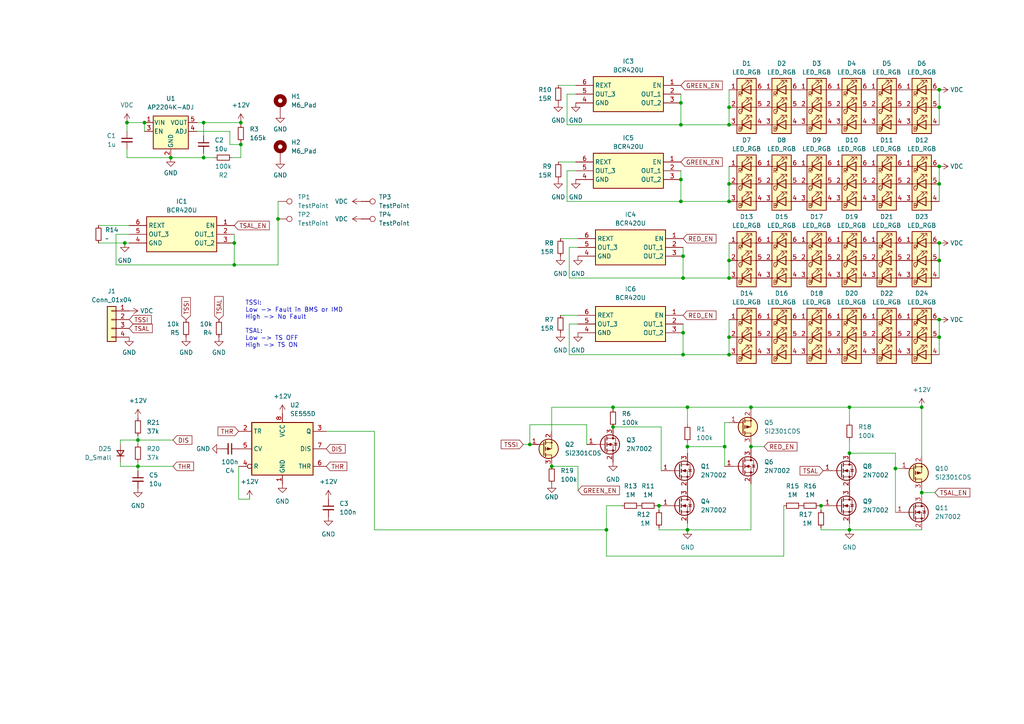
<source format=kicad_sch>
(kicad_sch (version 20230121) (generator eeschema)
  (paper "A4")
  (title_block (date "2025-03-13") (company "NCKU Formula Racing"))
  (lib_symbols
    (symbol "Connector:TestPoint" (pin_numbers hide) (pin_names (offset 0.762) hide)
      (property "Reference" "TP" (at 0 6.858 0))
      (property "Value" "TestPoint" (at 0 5.08 0))
      (symbol "TestPoint_0_1"
        (circle (center 0 3.302) (radius 0.762))
      )
      (symbol "TestPoint_1_1"
        (pin passive line (at 0 0 90) (length 2.54) (name "1") (number "1"))
      )
    )
    (symbol "Connector_Generic:Conn_01x04" (pin_names (offset 1.016) hide)
      (property "Reference" "J" (at 0 5.08 0))
      (property "Value" "Conn_01x04" (at 0 -7.62 0))
      (symbol "Conn_01x04_1_1"
        (rectangle (start -1.27 -4.953) (end 0 -5.207) (stroke (width 0.1524)))
        (rectangle (start -1.27 -2.413) (end 0 -2.667) (stroke (width 0.1524)))
        (rectangle (start -1.27 0.127) (end 0 -0.127) (stroke (width 0.1524)))
        (rectangle (start -1.27 2.667) (end 0 2.413) (stroke (width 0.1524)))
        (rectangle (start -1.27 3.81) (end 1.27 -6.35) (stroke (width 0.254)) (fill (type background)))
        (pin passive line (at -5.08 2.54 0) (length 3.81) (name "Pin_1") (number "1"))
        (pin passive line (at -5.08 0 0) (length 3.81) (name "Pin_2") (number "2"))
        (pin passive line (at -5.08 -2.54 0) (length 3.81) (name "Pin_3") (number "3"))
        (pin passive line (at -5.08 -5.08 0) (length 3.81) (name "Pin_4") (number "4"))
      )
    )
    (symbol "Device:C_Small" (pin_numbers hide) (pin_names (offset 0.254) hide)
      (property "Reference" "C" (at 0.254 1.778 0))
      (property "Value" "C_Small" (at 0.254 -2.032 0))
      (symbol "C_Small_0_1"
        (polyline (pts (xy -1.524 -0.508) (xy 1.524 -0.508)) (stroke (width 0.3302)))
        (polyline (pts (xy -1.524 0.508) (xy 1.524 0.508)) (stroke (width 0.3048)))
      )
      (symbol "C_Small_1_1"
        (pin passive line (at 0 2.54 270) (length 2.032) (name "~") (number "1"))
        (pin passive line (at 0 -2.54 90) (length 2.032) (name "~") (number "2"))
      )
    )
    (symbol "Device:D_Small" (pin_numbers hide) (pin_names (offset 0.254) hide)
      (property "Reference" "D" (at -1.27 2.032 0))
      (property "Value" "D_Small" (at -3.81 -2.032 0))
      (symbol "D_Small_0_1"
        (polyline (pts (xy -0.762 -1.016) (xy -0.762 1.016)) (stroke (width 0.254)))
        (polyline (pts (xy -0.762 0) (xy 0.762 0)))
        (polyline (pts (xy 0.762 -1.016) (xy -0.762 0) (xy 0.762 1.016) (xy 0.762 -1.016)) (stroke (width 0.254)))
      )
      (symbol "D_Small_1_1"
        (pin passive line (at -2.54 0 0) (length 1.778) (name "K") (number "1"))
        (pin passive line (at 2.54 0 180) (length 1.778) (name "A") (number "2"))
      )
    )
    (symbol "Device:LED_RGB" (pin_names (offset 0) hide)
      (property "Reference" "D" (at 0 9.398 0))
      (property "Value" "LED_RGB" (at 0 -8.89 0))
      (symbol "LED_RGB_0_0"
        (text "B" (at -1.905 -6.35 0) (effects (font (size 1.27 1.27))))
        (text "G" (at -1.905 -1.27 0) (effects (font (size 1.27 1.27))))
        (text "R" (at -1.905 3.81 0) (effects (font (size 1.27 1.27))))
      )
      (symbol "LED_RGB_0_1"
        (polyline (pts (xy -1.27 -5.08) (xy -2.54 -5.08)))
        (polyline (pts (xy -1.27 -5.08) (xy 1.27 -5.08)))
        (polyline (pts (xy -1.27 -3.81) (xy -1.27 -6.35)) (stroke (width 0.254)))
        (polyline (pts (xy -1.27 0) (xy -2.54 0)))
        (polyline (pts (xy -1.27 1.27) (xy -1.27 -1.27)) (stroke (width 0.254)))
        (polyline (pts (xy -1.27 5.08) (xy -2.54 5.08)))
        (polyline (pts (xy -1.27 5.08) (xy 1.27 5.08)))
        (polyline (pts (xy -1.27 6.35) (xy -1.27 3.81)) (stroke (width 0.254)))
        (polyline (pts (xy 1.27 -5.08) (xy 2.54 -5.08)))
        (polyline (pts (xy 1.27 0) (xy -1.27 0)))
        (polyline (pts (xy 1.27 0) (xy 2.54 0)))
        (polyline (pts (xy 1.27 5.08) (xy 2.54 5.08)))
        (polyline (pts (xy -1.27 1.27) (xy -1.27 -1.27) (xy -1.27 -1.27)))
        (polyline (pts (xy -1.27 6.35) (xy -1.27 3.81) (xy -1.27 3.81)))
        (polyline (pts (xy 1.27 -3.81) (xy 1.27 -6.35) (xy -1.27 -5.08) (xy 1.27 -3.81)) (stroke (width 0.254)))
        (polyline (pts (xy 1.27 1.27) (xy 1.27 -1.27) (xy -1.27 0) (xy 1.27 1.27)) (stroke (width 0.254)))
        (polyline (pts (xy 1.27 6.35) (xy 1.27 3.81) (xy -1.27 5.08) (xy 1.27 6.35)) (stroke (width 0.254)))
        (polyline (pts (xy -1.016 -3.81) (xy 0.508 -2.286) (xy -0.254 -2.286) (xy 0.508 -2.286) (xy 0.508 -3.048)))
        (polyline (pts (xy -1.016 1.27) (xy 0.508 2.794) (xy -0.254 2.794) (xy 0.508 2.794) (xy 0.508 2.032)))
        (polyline (pts (xy -1.016 6.35) (xy 0.508 7.874) (xy -0.254 7.874) (xy 0.508 7.874) (xy 0.508 7.112)))
        (polyline (pts (xy 0 -3.81) (xy 1.524 -2.286) (xy 0.762 -2.286) (xy 1.524 -2.286) (xy 1.524 -3.048)))
        (polyline (pts (xy 0 1.27) (xy 1.524 2.794) (xy 0.762 2.794) (xy 1.524 2.794) (xy 1.524 2.032)))
        (polyline (pts (xy 0 6.35) (xy 1.524 7.874) (xy 0.762 7.874) (xy 1.524 7.874) (xy 1.524 7.112)))
        (rectangle (start 1.27 -1.27) (end 1.27 1.27))
        (rectangle (start 1.27 1.27) (end 1.27 1.27))
        (rectangle (start 1.27 3.81) (end 1.27 6.35))
        (rectangle (start 1.27 6.35) (end 1.27 6.35))
        (rectangle (start 2.794 8.382) (end -2.794 -7.62) (stroke (width 0.254)) (fill (type background)))
      )
      (symbol "LED_RGB_1_1"
        (pin passive line (at -5.08 5.08 0) (length 2.54) (name "RK") (number "1"))
        (pin passive line (at -5.08 0 0) (length 2.54) (name "GK") (number "2"))
        (pin passive line (at -5.08 -5.08 0) (length 2.54) (name "BK") (number "3"))
        (pin passive line (at 5.08 -5.08 180) (length 2.54) (name "BA") (number "4"))
        (pin passive line (at 5.08 0 180) (length 2.54) (name "GA") (number "5"))
        (pin passive line (at 5.08 5.08 180) (length 2.54) (name "RA") (number "6"))
      )
    )
    (symbol "Device:R_Small" (pin_numbers hide) (pin_names (offset 0.254) hide)
      (property "Reference" "R" (at 0.762 0.508 0))
      (property "Value" "R_Small" (at 0.762 -1.016 0))
      (symbol "R_Small_0_1"
        (rectangle (start -0.762 1.778) (end 0.762 -1.778) (stroke (width 0.2032)))
      )
      (symbol "R_Small_1_1"
        (pin passive line (at 0 2.54 270) (length 0.762) (name "~") (number "1"))
        (pin passive line (at 0 -2.54 90) (length 0.762) (name "~") (number "2"))
      )
    )
    (symbol "Mechanical:MountingHole_Pad" (pin_numbers hide) (pin_names (offset 1.016) hide)
      (property "Reference" "H" (at 0 6.35 0))
      (property "Value" "MountingHole_Pad" (at 0 4.445 0))
      (symbol "MountingHole_Pad_0_1"
        (circle (center 0 1.27) (radius 1.27) (stroke (width 1.27)))
      )
      (symbol "MountingHole_Pad_1_1"
        (pin input line (at 0 -2.54 90) (length 2.54) (name "1") (number "1"))
      )
    )
    (symbol "PCM_Transistor_MOSFET_AKL:Si2301CDS" (pin_names hide)
      (property "Reference" "Q" (at 5.08 1.27 0))
      (property "Value" "Si2301CDS" (at 5.08 -1.27 0))
      (symbol "Si2301CDS_0_1"
        (polyline (pts (xy 0.254 -1.905) (xy 0.254 1.905)) (stroke (width 0.254)))
        (polyline (pts (xy 0.254 1.27) (xy -2.54 1.27)))
        (polyline (pts (xy 0.762 -2.286) (xy 0.762 -1.27)) (stroke (width 0.254)))
        (polyline (pts (xy 0.762 -1.778) (xy 2.54 -1.778)))
        (polyline (pts (xy 0.762 -0.508) (xy 0.762 0.508)) (stroke (width 0.254)))
        (polyline (pts (xy 0.762 1.27) (xy 0.762 2.286)) (stroke (width 0.254)))
        (polyline (pts (xy 0.762 1.778) (xy 2.54 1.778)))
        (polyline (pts (xy 2.54 -2.54) (xy 2.54 -1.778)))
        (polyline (pts (xy 2.54 2.54) (xy 2.54 0) (xy 0.762 0)))
        (polyline (pts (xy 2.286 0) (xy 1.27 -0.381) (xy 1.27 0.381) (xy 2.286 0)) (fill (type outline)))
      )
      (symbol "Si2301CDS_1_1"
        (circle (center 1.651 0) (radius 2.794) (stroke (width 0.254)) (fill (type background)))
        (circle (center 2.54 1.778) (radius 0.1778) (fill (type outline)))
        (pin input line (at -3.81 1.27 0) (length 2.54) (name "G") (number "1"))
        (pin passive line (at 2.54 5.08 270) (length 2.54) (name "S") (number "2"))
        (pin passive line (at 2.54 -5.08 90) (length 2.54) (name "D") (number "3"))
      )
    )
    (symbol "Regulator_Linear:AP2204K-ADJ" (pin_names (offset 0.254))
      (property "Reference" "U" (at -5.08 5.715 0))
      (property "Value" "AP2204K-ADJ" (at 0 5.715 0))
      (symbol "AP2204K-ADJ_0_1"
        (rectangle (start -5.08 4.445) (end 5.08 -5.08) (stroke (width 0.254)) (fill (type background)))
      )
      (symbol "AP2204K-ADJ_1_1"
        (pin power_in line (at -7.62 2.54 0) (length 2.54) (name "VIN") (number "1"))
        (pin power_in line (at 0 -7.62 90) (length 2.54) (name "GND") (number "2"))
        (pin input line (at -7.62 0 0) (length 2.54) (name "EN") (number "3"))
        (pin input line (at 7.62 0 180) (length 2.54) (name "ADJ") (number "4"))
        (pin power_out line (at 7.62 2.54 180) (length 2.54) (name "VOUT") (number "5"))
      )
    )
    (symbol "SamacSys_Parts:BCR420UW6-7"
      (property "Reference" "IC" (at 26.67 7.62 0))
      (property "Value" "BCR420UW6-7" (at 26.67 5.08 0))
      (symbol "BCR420UW6-7_1_1"
        (rectangle (start 5.08 2.54) (end 25.4 -7.62) (stroke (width 0.254)) (fill (type background)))
        (pin passive line (at 0 0 0) (length 5.08) (name "EN") (number "1"))
        (pin passive line (at 0 -2.54 0) (length 5.08) (name "OUT_1") (number "2"))
        (pin passive line (at 0 -5.08 0) (length 5.08) (name "OUT_2") (number "3"))
        (pin passive line (at 30.48 -5.08 180) (length 5.08) (name "GND") (number "4"))
        (pin passive line (at 30.48 -2.54 180) (length 5.08) (name "OUT_3") (number "5"))
        (pin passive line (at 30.48 0 180) (length 5.08) (name "REXT") (number "6"))
      )
    )
    (symbol "Timer:SE555D"
      (property "Reference" "U" (at -10.16 8.89 0))
      (property "Value" "SE555D" (at 2.54 8.89 0))
      (symbol "SE555D_0_0"
        (pin power_in line (at 0 -10.16 90) (length 2.54) (name "GND") (number "1"))
        (pin power_in line (at 0 10.16 270) (length 2.54) (name "VCC") (number "8"))
      )
      (symbol "SE555D_0_1"
        (rectangle (start -8.89 -7.62) (end 8.89 7.62) (stroke (width 0.254)) (fill (type background)))
        (rectangle (start -8.89 -7.62) (end 8.89 7.62) (stroke (width 0.254)) (fill (type background)))
      )
      (symbol "SE555D_1_1"
        (pin input line (at -12.7 5.08 0) (length 3.81) (name "TR") (number "2"))
        (pin output line (at 12.7 5.08 180) (length 3.81) (name "Q") (number "3"))
        (pin input inverted (at -12.7 -5.08 0) (length 3.81) (name "R") (number "4"))
        (pin input line (at -12.7 0 0) (length 3.81) (name "CV") (number "5"))
        (pin input line (at 12.7 -5.08 180) (length 3.81) (name "THR") (number "6"))
        (pin input line (at 12.7 0 180) (length 3.81) (name "DIS") (number "7"))
      )
    )
    (symbol "Transistor_FET:2N7002" (pin_names hide)
      (property "Reference" "Q" (at 5.08 1.905 0))
      (property "Value" "2N7002" (at 5.08 0 0))
      (symbol "2N7002_0_1"
        (polyline (pts (xy 0.254 0) (xy -2.54 0)))
        (polyline (pts (xy 0.254 1.905) (xy 0.254 -1.905)) (stroke (width 0.254)))
        (polyline (pts (xy 0.762 -1.27) (xy 0.762 -2.286)) (stroke (width 0.254)))
        (polyline (pts (xy 0.762 0.508) (xy 0.762 -0.508)) (stroke (width 0.254)))
        (polyline (pts (xy 0.762 2.286) (xy 0.762 1.27)) (stroke (width 0.254)))
        (polyline (pts (xy 2.54 2.54) (xy 2.54 1.778)))
        (polyline (pts (xy 2.54 -2.54) (xy 2.54 0) (xy 0.762 0)))
        (polyline (pts (xy 0.762 -1.778) (xy 3.302 -1.778) (xy 3.302 1.778) (xy 0.762 1.778)))
        (polyline (pts (xy 1.016 0) (xy 2.032 0.381) (xy 2.032 -0.381) (xy 1.016 0)) (fill (type outline)))
        (polyline (pts (xy 2.794 0.508) (xy 2.921 0.381) (xy 3.683 0.381) (xy 3.81 0.254)))
        (polyline (pts (xy 3.302 0.381) (xy 2.921 -0.254) (xy 3.683 -0.254) (xy 3.302 0.381)))
        (circle (center 1.651 0) (radius 2.794) (stroke (width 0.254)))
        (circle (center 2.54 -1.778) (radius 0.254) (fill (type outline)))
        (circle (center 2.54 1.778) (radius 0.254) (fill (type outline)))
      )
      (symbol "2N7002_1_1"
        (pin input line (at -5.08 0 0) (length 2.54) (name "G") (number "1"))
        (pin passive line (at 2.54 -5.08 90) (length 2.54) (name "S") (number "2"))
        (pin passive line (at 2.54 5.08 270) (length 2.54) (name "D") (number "3"))
      )
    )
    (symbol "power:+12V" (power) (pin_names (offset 0))
      (property "Value" "+12V" (at 0 3.556 0))
      (symbol "+12V_0_1"
        (polyline (pts (xy -0.762 1.27) (xy 0 2.54)))
        (polyline (pts (xy 0 0) (xy 0 2.54)))
        (polyline (pts (xy 0 2.54) (xy 0.762 1.27)))
      )
      (symbol "+12V_1_1"
        (pin power_in line (at 0 0 90) (length 0) hide (name "+12V") (number "1"))
      )
    )
    (symbol "power:GND" (power) (pin_names (offset 0))
      (property "Value" "GND" (at 0 -3.81 0))
      (symbol "GND_0_1"
        (polyline (pts (xy 0 0) (xy 0 -1.27) (xy 1.27 -1.27) (xy 0 -2.54) (xy -1.27 -1.27) (xy 0 -1.27)))
      )
      (symbol "GND_1_1"
        (pin power_in line (at 0 0 270) (length 0) hide (name "GND") (number "1"))
      )
    )
    (symbol "power:VDC" (power) (pin_names (offset 0))
      (property "Value" "VDC" (at 0 6.35 0))
      (symbol "VDC_0_1"
        (polyline (pts (xy -0.762 1.27) (xy 0 2.54)))
        (polyline (pts (xy 0 0) (xy 0 2.54)))
        (polyline (pts (xy 0 2.54) (xy 0.762 1.27)))
      )
      (symbol "VDC_1_1"
        (pin power_in line (at 0 0 90) (length 0) hide (name "VDC") (number "1"))
      )
    )
  )
  (junction (at 59.055 35.56))
  (junction (at 211.455 97.79))
  (junction (at 211.455 75.565))
  (junction (at 177.8 118.11))
  (junction (at 198.12 96.52))
  (junction (at 198.12 74.295))
  (junction (at 211.455 53.34))
  (junction (at 69.85 41.91))
  (junction (at 217.805 129.54))
  (junction (at 67.945 76.835))
  (junction (at 36.195 70.485))
  (junction (at 272.415 48.26))
  (junction (at 160.02 135.255))
  (junction (at 238.125 146.685))
  (junction (at 80.645 63.5))
  (junction (at 272.415 70.485))
  (junction (at 211.455 36.195))
  (junction (at 267.335 118.11))
  (junction (at 49.53 45.72))
  (junction (at 211.455 58.42))
  (junction (at 59.055 45.72))
  (junction (at 67.945 70.485))
  (junction (at 246.38 153.67))
  (junction (at 259.715 135.89))
  (junction (at 267.335 142.875))
  (junction (at 199.39 118.11))
  (junction (at 40.005 135.255))
  (junction (at 211.455 80.645))
  (junction (at 199.39 129.54))
  (junction (at 198.12 80.645))
  (junction (at 177.8 123.825))
  (junction (at 217.805 118.11))
  (junction (at 198.12 102.87))
  (junction (at 153.67 128.905))
  (junction (at 272.415 75.565))
  (junction (at 272.415 26.035))
  (junction (at 210.185 129.54))
  (junction (at 197.485 36.195))
  (junction (at 191.135 146.685))
  (junction (at 36.83 35.56))
  (junction (at 41.91 35.56))
  (junction (at 197.485 29.845))
  (junction (at 246.38 118.11))
  (junction (at 211.455 102.87))
  (junction (at 197.485 58.42))
  (junction (at 211.455 31.115))
  (junction (at 272.415 97.79))
  (junction (at 69.85 35.56))
  (junction (at 199.39 153.67))
  (junction (at 272.415 31.115))
  (junction (at 175.895 153.67))
  (junction (at 272.415 53.34))
  (junction (at 246.38 131.445))
  (junction (at 272.415 92.71))
  (junction (at 197.485 52.07))
  (junction (at 40.005 127.635))
  (wire (pts (xy 211.455 31.115) (xy 211.455 36.195)))
  (wire (pts (xy 259.715 135.89) (xy 259.715 148.59)))
  (wire (pts (xy 177.8 118.745) (xy 177.8 118.11)))
  (wire (pts (xy 211.455 48.26) (xy 211.455 53.34)))
  (wire (pts (xy 246.38 153.67) (xy 267.335 153.67)))
  (wire (pts (xy 272.415 97.79) (xy 272.415 102.87)))
  (wire (pts (xy 164.465 27.305) (xy 164.465 36.195)))
  (wire (pts (xy 272.415 92.71) (xy 272.415 97.79)))
  (wire (pts (xy 210.185 129.54) (xy 210.185 135.255)))
  (wire (pts (xy 160.02 125.095) (xy 160.02 118.11)))
  (wire (pts (xy 167.005 27.305) (xy 164.465 27.305)))
  (wire (pts (xy 67.945 76.835) (xy 80.645 76.835)))
  (wire (pts (xy 237.49 146.685) (xy 238.125 146.685)))
  (wire (pts (xy 198.12 71.755) (xy 198.12 74.295)))
  (wire (pts (xy 165.1 80.645) (xy 198.12 80.645)))
  (wire (pts (xy 190.5 146.685) (xy 191.135 146.685)))
  (wire (pts (xy 199.39 153.67) (xy 199.39 151.765)))
  (wire (pts (xy 246.38 153.67) (xy 246.38 151.765)))
  (wire (pts (xy 197.485 58.42) (xy 211.455 58.42)))
  (wire (pts (xy 211.455 53.34) (xy 211.455 58.42)))
  (wire (pts (xy 164.465 49.53) (xy 164.465 58.42)))
  (wire (pts (xy 217.805 129.54) (xy 217.805 130.175)))
  (wire (pts (xy 67.945 76.835) (xy 33.655 76.835)))
  (wire (pts (xy 197.485 52.07) (xy 197.485 58.42)))
  (wire (pts (xy 175.895 153.67) (xy 175.895 161.29)))
  (wire (pts (xy 238.125 146.685) (xy 238.76 146.685)))
  (wire (pts (xy 211.455 97.79) (xy 211.455 102.87)))
  (wire (pts (xy 36.83 45.72) (xy 49.53 45.72)))
  (wire (pts (xy 211.455 122.555) (xy 210.185 122.555)))
  (wire (pts (xy 151.765 128.905) (xy 153.67 128.905)))
  (wire (pts (xy 167.64 69.215) (xy 162.56 69.215)))
  (wire (pts (xy 167.64 135.255) (xy 160.02 135.255)))
  (wire (pts (xy 198.12 80.645) (xy 211.455 80.645)))
  (wire (pts (xy 197.485 29.845) (xy 197.485 36.195)))
  (wire (pts (xy 272.415 31.115) (xy 272.415 36.195)))
  (wire (pts (xy 59.055 45.72) (xy 62.23 45.72)))
  (wire (pts (xy 197.485 49.53) (xy 197.485 52.07)))
  (wire (pts (xy 217.805 129.54) (xy 221.615 129.54)))
  (wire (pts (xy 69.85 35.56) (xy 69.85 36.195)))
  (wire (pts (xy 153.67 123.19) (xy 170.18 123.19)))
  (wire (pts (xy 191.135 153.035) (xy 191.135 153.67)))
  (wire (pts (xy 72.39 144.78) (xy 69.215 144.78)))
  (wire (pts (xy 34.925 127.635) (xy 34.925 128.905)))
  (wire (pts (xy 41.91 35.56) (xy 41.91 38.1)))
  (wire (pts (xy 238.125 146.685) (xy 238.125 147.955)))
  (wire (pts (xy 167.64 71.755) (xy 165.1 71.755)))
  (wire (pts (xy 80.645 63.5) (xy 80.645 76.835)))
  (wire (pts (xy 267.335 142.24) (xy 267.335 142.875)))
  (wire (pts (xy 211.455 26.035) (xy 211.455 31.115)))
  (wire (pts (xy 198.12 74.295) (xy 198.12 80.645)))
  (wire (pts (xy 66.675 38.1) (xy 57.15 38.1)))
  (wire (pts (xy 108.585 153.67) (xy 175.895 153.67)))
  (wire (pts (xy 33.655 67.945) (xy 33.655 76.835)))
  (wire (pts (xy 197.485 36.195) (xy 211.455 36.195)))
  (wire (pts (xy 36.83 43.18) (xy 36.83 45.72)))
  (wire (pts (xy 217.805 118.11) (xy 246.38 118.11)))
  (wire (pts (xy 36.195 70.485) (xy 28.575 70.485)))
  (wire (pts (xy 199.39 118.11) (xy 199.39 123.19)))
  (wire (pts (xy 199.39 129.54) (xy 199.39 131.445)))
  (wire (pts (xy 211.455 75.565) (xy 211.455 80.645)))
  (wire (pts (xy 167.64 93.98) (xy 165.1 93.98)))
  (wire (pts (xy 67.945 70.485) (xy 67.945 76.835)))
  (wire (pts (xy 167.64 142.24) (xy 167.64 135.255)))
  (wire (pts (xy 246.38 127.635) (xy 246.38 131.445)))
  (wire (pts (xy 272.415 48.26) (xy 272.415 53.34)))
  (wire (pts (xy 246.38 131.445) (xy 259.715 131.445)))
  (wire (pts (xy 272.415 53.34) (xy 272.415 58.42)))
  (wire (pts (xy 40.005 126.365) (xy 40.005 127.635)))
  (wire (pts (xy 238.125 153.035) (xy 238.125 153.67)))
  (wire (pts (xy 191.77 123.825) (xy 177.8 123.825)))
  (wire (pts (xy 40.005 127.635) (xy 34.925 127.635)))
  (wire (pts (xy 66.675 38.1) (xy 66.675 41.91)))
  (wire (pts (xy 197.485 27.305) (xy 197.485 29.845)))
  (wire (pts (xy 40.005 127.635) (xy 40.005 128.905)))
  (wire (pts (xy 34.925 133.985) (xy 34.925 135.255)))
  (wire (pts (xy 167.005 24.765) (xy 161.925 24.765)))
  (wire (pts (xy 80.645 58.42) (xy 80.645 63.5)))
  (wire (pts (xy 37.465 70.485) (xy 36.195 70.485)))
  (wire (pts (xy 40.005 135.255) (xy 40.005 136.525)))
  (wire (pts (xy 191.77 136.525) (xy 191.77 123.825)))
  (wire (pts (xy 199.39 129.54) (xy 210.185 129.54)))
  (wire (pts (xy 164.465 58.42) (xy 197.485 58.42)))
  (wire (pts (xy 272.415 70.485) (xy 272.415 75.565)))
  (wire (pts (xy 40.005 135.255) (xy 50.165 135.255)))
  (wire (pts (xy 108.585 125.095) (xy 108.585 153.67)))
  (wire (pts (xy 37.465 67.945) (xy 33.655 67.945)))
  (wire (pts (xy 211.455 92.71) (xy 211.455 97.79)))
  (wire (pts (xy 165.1 102.87) (xy 198.12 102.87)))
  (wire (pts (xy 260.985 135.89) (xy 259.715 135.89)))
  (wire (pts (xy 165.1 93.98) (xy 165.1 102.87)))
  (wire (pts (xy 59.055 35.56) (xy 59.055 39.37)))
  (wire (pts (xy 238.125 153.67) (xy 246.38 153.67)))
  (wire (pts (xy 272.415 26.035) (xy 272.415 31.115)))
  (wire (pts (xy 36.83 35.56) (xy 36.83 38.1)))
  (wire (pts (xy 69.85 41.91) (xy 69.85 45.72)))
  (wire (pts (xy 164.465 36.195) (xy 197.485 36.195)))
  (wire (pts (xy 175.895 153.67) (xy 175.895 146.685)))
  (wire (pts (xy 198.12 102.87) (xy 211.455 102.87)))
  (wire (pts (xy 69.85 41.275) (xy 69.85 41.91)))
  (wire (pts (xy 217.805 128.905) (xy 217.805 129.54)))
  (wire (pts (xy 175.895 146.685) (xy 180.34 146.685)))
  (wire (pts (xy 210.185 122.555) (xy 210.185 129.54)))
  (wire (pts (xy 40.005 133.985) (xy 40.005 135.255)))
  (wire (pts (xy 246.38 118.11) (xy 246.38 122.555)))
  (wire (pts (xy 272.415 75.565) (xy 272.415 80.645)))
  (wire (pts (xy 170.18 123.19) (xy 170.18 128.905)))
  (wire (pts (xy 259.715 131.445) (xy 259.715 135.89)))
  (wire (pts (xy 165.1 71.755) (xy 165.1 80.645)))
  (wire (pts (xy 227.33 146.685) (xy 227.33 161.29)))
  (wire (pts (xy 177.8 118.11) (xy 199.39 118.11)))
  (wire (pts (xy 199.39 118.11) (xy 217.805 118.11)))
  (wire (pts (xy 267.335 142.875) (xy 267.335 143.51)))
  (wire (pts (xy 67.31 45.72) (xy 69.85 45.72)))
  (wire (pts (xy 191.135 153.67) (xy 199.39 153.67)))
  (wire (pts (xy 191.135 146.685) (xy 191.77 146.685)))
  (wire (pts (xy 66.675 41.91) (xy 69.85 41.91)))
  (wire (pts (xy 267.335 118.11) (xy 246.38 118.11)))
  (wire (pts (xy 41.91 35.56) (xy 36.83 35.56)))
  (wire (pts (xy 167.64 91.44) (xy 162.56 91.44)))
  (wire (pts (xy 69.215 144.78) (xy 69.215 135.255)))
  (wire (pts (xy 34.925 135.255) (xy 40.005 135.255)))
  (wire (pts (xy 198.12 96.52) (xy 198.12 102.87)))
  (wire (pts (xy 198.12 93.98) (xy 198.12 96.52)))
  (wire (pts (xy 267.335 118.11) (xy 267.335 132.08)))
  (wire (pts (xy 49.53 45.72) (xy 59.055 45.72)))
  (wire (pts (xy 217.805 153.67) (xy 217.805 140.335)))
  (wire (pts (xy 67.945 67.945) (xy 67.945 70.485)))
  (wire (pts (xy 153.67 128.905) (xy 153.67 123.19)))
  (wire (pts (xy 40.005 127.635) (xy 50.165 127.635)))
  (wire (pts (xy 227.33 161.29) (xy 175.895 161.29)))
  (wire (pts (xy 59.055 35.56) (xy 69.85 35.56)))
  (wire (pts (xy 267.335 142.875) (xy 271.145 142.875)))
  (wire (pts (xy 37.465 65.405) (xy 28.575 65.405)))
  (wire (pts (xy 59.055 44.45) (xy 59.055 45.72)))
  (wire (pts (xy 57.15 35.56) (xy 59.055 35.56)))
  (wire (pts (xy 94.615 125.095) (xy 108.585 125.095)))
  (wire (pts (xy 191.135 146.685) (xy 191.135 147.955)))
  (wire (pts (xy 167.005 49.53) (xy 164.465 49.53)))
  (wire (pts (xy 211.455 70.485) (xy 211.455 75.565)))
  (wire (pts (xy 199.39 128.27) (xy 199.39 129.54)))
  (wire (pts (xy 160.02 118.11) (xy 177.8 118.11)))
  (wire (pts (xy 167.005 46.99) (xy 161.925 46.99)))
  (wire (pts (xy 217.805 118.11) (xy 217.805 118.745)))
  (wire (pts (xy 199.39 153.67) (xy 217.805 153.67)))
  (text "TSSI:\nLow -> Fault in BMS or IMD\nHigh -> No Fault\n\nTSAL:\nLow -> TS OFF\nHigh -> TS ON" (at 71.12 100.965 0) (effects (font (size 1.27 1.27)) (justify left bottom)))
  (global_label "TSAL" (shape input) (at 63.5 92.71 90) (property "Intersheetrefs" "${INTERSHEET_REFS}" (effects hide)))
  (global_label "GREEN_EN" (shape input) (at 167.64 142.24 0) (property "Intersheetrefs" "${INTERSHEET_REFS}" (effects hide)))
  (global_label "DIS" (shape input) (at 94.615 130.175 0) (property "Intersheetrefs" "${INTERSHEET_REFS}" (effects hide)))
  (global_label "TSSI" (shape input) (at 151.765 128.905 180) (property "Intersheetrefs" "${INTERSHEET_REFS}" (effects hide)))
  (global_label "RED_EN" (shape input) (at 198.12 91.44 0) (property "Intersheetrefs" "${INTERSHEET_REFS}" (effects hide)))
  (global_label "DIS" (shape input) (at 50.165 127.635 0) (property "Intersheetrefs" "${INTERSHEET_REFS}" (effects hide)))
  (global_label "GREEN_EN" (shape input) (at 197.485 24.765 0) (property "Intersheetrefs" "${INTERSHEET_REFS}" (effects hide)))
  (global_label "THR" (shape input) (at 50.165 135.255 0) (property "Intersheetrefs" "${INTERSHEET_REFS}" (effects hide)))
  (global_label "THR" (shape input) (at 94.615 135.255 0) (property "Intersheetrefs" "${INTERSHEET_REFS}" (effects hide)))
  (global_label "RED_EN" (shape input) (at 221.615 129.54 0) (property "Intersheetrefs" "${INTERSHEET_REFS}" (effects hide)))
  (global_label "TSSI" (shape input) (at 53.975 92.71 90) (property "Intersheetrefs" "${INTERSHEET_REFS}" (effects hide)))
  (global_label "THR" (shape input) (at 69.215 125.095 180) (property "Intersheetrefs" "${INTERSHEET_REFS}" (effects hide)))
  (global_label "TSSI" (shape input) (at 37.465 92.71 0) (property "Intersheetrefs" "${INTERSHEET_REFS}" (effects hide)))
  (global_label "TSAL" (shape input) (at 37.465 95.25 0) (property "Intersheetrefs" "${INTERSHEET_REFS}" (effects hide)))
  (global_label "TSAL_EN" (shape input) (at 67.945 65.405 0) (property "Intersheetrefs" "${INTERSHEET_REFS}" (effects hide)))
  (global_label "TSAL" (shape input) (at 238.76 136.525 180) (property "Intersheetrefs" "${INTERSHEET_REFS}" (effects hide)))
  (global_label "TSAL_EN" (shape input) (at 271.145 142.875 0) (property "Intersheetrefs" "${INTERSHEET_REFS}" (effects hide)))
  (global_label "GREEN_EN" (shape input) (at 197.485 46.99 0) (property "Intersheetrefs" "${INTERSHEET_REFS}" (effects hide)))
  (global_label "RED_EN" (shape input) (at 198.12 69.215 0) (property "Intersheetrefs" "${INTERSHEET_REFS}" (effects hide)))
  (symbol (lib_id "Device:LED_RGB") (at 267.335 31.115 0) (unit 1)
    (property "Reference" "D6" (at 267.335 18.415 0))
    (property "Value" "LED_RGB" (at 267.335 20.955 0))
    (property "Footprint" "LED_SMD:LED_RGB_5050-6" (effects hide))
  )
  (symbol (lib_id "power:GND") (at 162.56 74.295 0) (unit 1)
    (property "Reference" "#PWR018" (effects hide))
    (property "Value" "GND" (at 162.56 79.375 0))
  )
  (symbol (lib_id "power:VDC") (at 37.465 90.17 270) (unit 1)
    (property "Reference" "#PWR011" (effects hide))
    (property "Value" "VDC" (at 40.64 90.17 90) (effects (justify left)))
  )
  (symbol (lib_id "power:VDC") (at 272.415 92.71 270) (unit 1)
    (property "Reference" "#PWR032" (effects hide))
    (property "Value" "VDC" (at 275.59 92.71 90) (effects (justify left)))
  )
  (symbol (lib_id "Device:R_Small") (at 40.005 123.825 0) (unit 1)
    (property "Reference" "R21" (at 42.545 122.555 0) (effects (justify left)))
    (property "Value" "37k" (at 42.545 125.095 0) (effects (justify left)))
    (property "Footprint" "Resistor_SMD:R_0603_1608Metric" (effects hide))
  )
  (symbol (lib_id "Device:R_Small") (at 187.96 146.685 90) (unit 1)
    (property "Reference" "R11" (at 187.96 140.97 90))
    (property "Value" "1M" (at 187.96 143.51 90))
    (property "Footprint" "Resistor_SMD:R_0603_1608Metric" (effects hide))
  )
  (symbol (lib_id "PCM_Transistor_MOSFET_AKL:Si2301CDS") (at 157.48 130.175 0) (unit 1)
    (property "Reference" "Q2" (at 163.83 128.905 0) (effects (justify left)))
    (property "Value" "Si2301CDS" (at 163.83 131.445 0) (effects (justify left)))
    (property "Footprint" "Package_TO_SOT_SMD:SOT-23" (effects hide))
    (property "Datasheet" "https://www.tme.eu/Document/519498819e90b407235adccdceba4014/SI2301CDS-T1-GE3.pdf" (effects hide))
  )
  (symbol (lib_id "Device:LED_RGB") (at 216.535 75.565 0) (unit 1)
    (property "Reference" "D13" (at 216.535 62.865 0))
    (property "Value" "LED_RGB" (at 216.535 65.405 0))
    (property "Footprint" "LED_SMD:LED_RGB_5050-6" (effects hide))
  )
  (symbol (lib_id "Device:LED_RGB") (at 257.175 31.115 0) (unit 1)
    (property "Reference" "D5" (at 257.175 18.415 0))
    (property "Value" "LED_RGB" (at 257.175 20.955 0))
    (property "Footprint" "LED_SMD:LED_RGB_5050-6" (effects hide))
  )
  (symbol (lib_id "Connector:TestPoint") (at 104.775 63.5 270) (unit 1)
    (property "Reference" "TP4" (at 109.855 62.23 90) (effects (justify left)))
    (property "Value" "TestPoint" (at 109.855 64.77 90) (effects (justify left)))
    (property "Footprint" "Connector_Pin:Pin_D1.3mm_L11.0mm" (effects hide))
  )
  (symbol (lib_id "Device:LED_RGB") (at 257.175 97.79 0) (unit 1)
    (property "Reference" "D22" (at 257.175 85.09 0))
    (property "Value" "LED_RGB" (at 257.175 87.63 0))
    (property "Footprint" "LED_SMD:LED_RGB_5050-6" (effects hide))
  )
  (symbol (lib_id "Device:R_Small") (at 161.925 27.305 0) (mirror y) (unit 1)
    (property "Reference" "R10" (at 160.02 26.035 0) (effects (justify left)))
    (property "Value" "15R" (at 160.02 28.575 0) (effects (justify left)))
    (property "Footprint" "Resistor_SMD:R_0603_1608Metric" (effects hide))
  )
  (symbol (lib_id "Device:R_Small") (at 191.135 150.495 0) (mirror x) (unit 1)
    (property "Reference" "R12" (at 188.595 149.225 0) (effects (justify right)))
    (property "Value" "1M" (at 188.595 151.765 0) (effects (justify right)))
    (property "Footprint" "Resistor_SMD:R_0603_1608Metric" (effects hide))
  )
  (symbol (lib_id "Timer:SE555D") (at 81.915 130.175 0) (unit 1)
    (property "Reference" "U2" (at 84.1091 117.475 0) (effects (justify left)))
    (property "Value" "SE555D" (at 84.1091 120.015 0) (effects (justify left)))
    (property "Footprint" "Package_SO:SOIC-8_3.9x4.9mm_P1.27mm" (effects hide))
    (property "Datasheet" "http://www.ti.com/lit/ds/symlink/ne555.pdf" (effects hide))
  )
  (symbol (lib_id "Device:R_Small") (at 182.88 146.685 90) (unit 1)
    (property "Reference" "R13" (at 182.88 140.97 90))
    (property "Value" "1M" (at 182.88 143.51 90))
    (property "Footprint" "Resistor_SMD:R_0603_1608Metric" (effects hide))
  )
  (symbol (lib_id "Device:R_Small") (at 177.8 121.285 0) (unit 1)
    (property "Reference" "R6" (at 180.34 120.015 0) (effects (justify left)))
    (property "Value" "100k" (at 180.34 122.555 0) (effects (justify left)))
    (property "Footprint" "Resistor_SMD:R_0603_1608Metric" (effects hide))
  )
  (symbol (lib_id "power:GND") (at 81.28 33.02 0) (unit 1)
    (property "Reference" "#PWR04" (effects hide))
    (property "Value" "GND" (at 81.28 37.465 0))
  )
  (symbol (lib_id "Device:LED_RGB") (at 226.695 31.115 0) (unit 1)
    (property "Reference" "D2" (at 226.695 18.415 0))
    (property "Value" "LED_RGB" (at 226.695 20.955 0))
    (property "Footprint" "LED_SMD:LED_RGB_5050-6" (effects hide))
  )
  (symbol (lib_id "Transistor_FET:2N7002") (at 243.84 146.685 0) (unit 1)
    (property "Reference" "Q9" (at 250.19 145.415 0) (effects (justify left)))
    (property "Value" "2N7002" (at 250.19 147.955 0) (effects (justify left)))
    (property "Footprint" "Package_TO_SOT_SMD:SOT-23" (effects hide))
    (property "Datasheet" "https://www.onsemi.com/pub/Collateral/NDS7002A-D.PDF" (effects hide))
  )
  (symbol (lib_id "power:+12V") (at 95.25 144.78 0) (unit 1)
    (property "Reference" "#PWR07" (effects hide))
    (property "Value" "+12V" (at 95.25 139.7 0))
  )
  (symbol (lib_id "power:VDC") (at 104.775 63.5 90) (unit 1)
    (property "Reference" "#PWR010" (effects hide))
    (property "Value" "VDC" (at 100.965 63.5 90) (effects (justify left)))
  )
  (symbol (lib_id "Device:R_Small") (at 40.005 131.445 0) (unit 1)
    (property "Reference" "R20" (at 42.545 130.175 0) (effects (justify left)))
    (property "Value" "37k" (at 42.545 132.715 0) (effects (justify left)))
    (property "Footprint" "Resistor_SMD:R_0603_1608Metric" (effects hide))
  )
  (symbol (lib_id "Device:LED_RGB") (at 267.335 97.79 0) (unit 1)
    (property "Reference" "D24" (at 267.335 85.09 0))
    (property "Value" "LED_RGB" (at 267.335 87.63 0))
    (property "Footprint" "LED_SMD:LED_RGB_5050-6" (effects hide))
  )
  (symbol (lib_id "Device:LED_RGB") (at 267.335 53.34 0) (unit 1)
    (property "Reference" "D12" (at 267.335 40.64 0))
    (property "Value" "LED_RGB" (at 267.335 43.18 0))
    (property "Footprint" "LED_SMD:LED_RGB_5050-6" (effects hide))
  )
  (symbol (lib_id "Transistor_FET:2N7002") (at 215.265 135.255 0) (unit 1)
    (property "Reference" "Q6" (at 221.615 133.985 0) (effects (justify left)))
    (property "Value" "2N7002" (at 221.615 136.525 0) (effects (justify left)))
    (property "Footprint" "Package_TO_SOT_SMD:SOT-23" (effects hide))
    (property "Datasheet" "https://www.onsemi.com/pub/Collateral/NDS7002A-D.PDF" (effects hide))
  )
  (symbol (lib_id "Device:LED_RGB") (at 247.015 97.79 0) (unit 1)
    (property "Reference" "D20" (at 247.015 85.09 0))
    (property "Value" "LED_RGB" (at 247.015 87.63 0))
    (property "Footprint" "LED_SMD:LED_RGB_5050-6" (effects hide))
  )
  (symbol (lib_id "PCM_Transistor_MOSFET_AKL:Si2301CDS") (at 215.265 123.825 0) (unit 1)
    (property "Reference" "Q5" (at 221.615 122.555 0) (effects (justify left)))
    (property "Value" "Si2301CDS" (at 221.615 125.095 0) (effects (justify left)))
    (property "Footprint" "Package_TO_SOT_SMD:SOT-23" (effects hide))
    (property "Datasheet" "https://www.tme.eu/Document/519498819e90b407235adccdceba4014/SI2301CDS-T1-GE3.pdf" (effects hide))
  )
  (symbol (lib_id "Connector_Generic:Conn_01x04") (at 32.385 92.71 0) (mirror y) (unit 1)
    (property "Reference" "J1" (at 32.385 84.455 0))
    (property "Value" "Conn_01x04" (at 32.385 86.995 0))
    (property "Footprint" "Connector_Wuerth:Wuerth_WR-WTB_64800411622_1x04_P1.50mm_Vertical" (effects hide))
  )
  (symbol (lib_id "power:GND") (at 177.8 133.985 0) (unit 1)
    (property "Reference" "#PWR014" (effects hide))
    (property "Value" "GND" (at 177.8 139.065 0))
  )
  (symbol (lib_id "Device:R_Small") (at 64.77 45.72 90) (mirror x) (unit 1)
    (property "Reference" "R2" (at 64.77 50.8 90))
    (property "Value" "100k" (at 64.77 48.26 90))
    (property "Footprint" "Resistor_SMD:R_0603_1608Metric" (effects hide))
  )
  (symbol (lib_id "Regulator_Linear:AP2204K-ADJ") (at 49.53 38.1 0) (unit 1)
    (property "Reference" "U1" (at 49.53 28.575 0))
    (property "Value" "AP2204K-ADJ" (at 49.53 31.115 0))
    (property "Footprint" "Package_TO_SOT_SMD:SOT-23-5" (effects hide))
    (property "Datasheet" "https://www.diodes.com/assets/Datasheets/AP2204.pdf" (effects hide))
  )
  (symbol (lib_id "Device:LED_RGB") (at 226.695 53.34 0) (unit 1)
    (property "Reference" "D8" (at 226.695 40.64 0))
    (property "Value" "LED_RGB" (at 226.695 43.18 0))
    (property "Footprint" "LED_SMD:LED_RGB_5050-6" (effects hide))
  )
  (symbol (lib_id "power:GND") (at 63.5 97.79 0) (unit 1)
    (property "Reference" "#PWR017" (effects hide))
    (property "Value" "GND" (at 63.5 102.235 0))
  )
  (symbol (lib_id "power:VDC") (at 272.415 48.26 270) (unit 1)
    (property "Reference" "#PWR026" (effects hide))
    (property "Value" "VDC" (at 275.59 48.26 90) (effects (justify left)))
  )
  (symbol (lib_id "power:GND") (at 49.53 45.72 0) (unit 1)
    (property "Reference" "#PWR02" (effects hide))
    (property "Value" "GND" (at 49.53 50.165 0))
  )
  (symbol (lib_id "Device:R_Small") (at 199.39 125.73 0) (unit 1)
    (property "Reference" "R1" (at 201.93 124.46 0) (effects (justify left)))
    (property "Value" "100k" (at 201.93 127 0) (effects (justify left)))
    (property "Footprint" "Resistor_SMD:R_0603_1608Metric" (effects hide))
  )
  (symbol (lib_id "Device:C_Small") (at 59.055 41.91 0) (mirror y) (unit 1)
    (property "Reference" "C2" (at 62.23 40.6463 0) (effects (justify right)))
    (property "Value" "10u" (at 62.23 43.1863 0) (effects (justify right)))
    (property "Footprint" "Capacitor_SMD:C_0805_2012Metric" (effects hide))
  )
  (symbol (lib_id "Device:LED_RGB") (at 226.695 97.79 0) (unit 1)
    (property "Reference" "D16" (at 226.695 85.09 0))
    (property "Value" "LED_RGB" (at 226.695 87.63 0))
    (property "Footprint" "LED_SMD:LED_RGB_5050-6" (effects hide))
  )
  (symbol (lib_id "Device:R_Small") (at 234.95 146.685 90) (unit 1)
    (property "Reference" "R16" (at 234.95 140.97 90))
    (property "Value" "1M" (at 234.95 143.51 90))
    (property "Footprint" "Resistor_SMD:R_0603_1608Metric" (effects hide))
  )
  (symbol (lib_id "Connector:TestPoint") (at 80.645 63.5 270) (unit 1)
    (property "Reference" "TP2" (at 86.36 62.23 90) (effects (justify left)))
    (property "Value" "TestPoint" (at 86.36 64.77 90) (effects (justify left)))
    (property "Footprint" "Connector_Pin:Pin_D1.3mm_L11.0mm" (effects hide))
  )
  (symbol (lib_id "Device:R_Small") (at 162.56 71.755 0) (mirror y) (unit 1)
    (property "Reference" "R8" (at 160.655 70.485 0) (effects (justify left)))
    (property "Value" "15R" (at 160.655 73.025 0) (effects (justify left)))
    (property "Footprint" "Resistor_SMD:R_0603_1608Metric" (effects hide))
  )
  (symbol (lib_id "Device:R_Small") (at 238.125 150.495 0) (mirror x) (unit 1)
    (property "Reference" "R17" (at 235.585 149.225 0) (effects (justify right)))
    (property "Value" "1M" (at 235.585 151.765 0) (effects (justify right)))
    (property "Footprint" "Resistor_SMD:R_0603_1608Metric" (effects hide))
  )
  (symbol (lib_id "Device:R_Small") (at 28.575 67.945 180) (unit 1)
    (property "Reference" "R14" (at 30.48 66.675 0) (effects (justify right)))
    (property "Value" "~" (at 30.48 69.215 0) (effects (justify right)))
    (property "Footprint" "Resistor_SMD:R_0603_1608Metric" (effects hide))
  )
  (symbol (lib_id "power:GND") (at 95.25 149.86 0) (unit 1)
    (property "Reference" "#PWR08" (effects hide))
    (property "Value" "GND" (at 95.25 154.94 0))
  )
  (symbol (lib_id "Device:C_Small") (at 40.005 139.065 0) (unit 1)
    (property "Reference" "C5" (at 43.18 137.8013 0) (effects (justify left)))
    (property "Value" "10u" (at 43.18 140.3413 0) (effects (justify left)))
    (property "Footprint" "Capacitor_SMD:C_0805_2012Metric" (effects hide))
  )
  (symbol (lib_id "SamacSys_Parts:BCR420UW6-7") (at 198.12 69.215 0) (mirror y) (unit 1)
    (property "Reference" "IC4" (at 182.88 62.23 0))
    (property "Value" "BCR420U" (at 182.88 64.77 0))
    (property "Footprint" "Package_TO_SOT_SMD:SOT-23-6" (effects hide))
    (property "Datasheet" "https://www.mouser.fr/datasheet/2/115/BCR420UW6_BCR421UW7-1511721.pdf" (effects hide))
    (property "Height" "1.4" (effects hide))
    (property "Mouser Part Number" "621-BCR420UW6-7" (effects hide))
    (property "Mouser Price/Stock" "https://www.mouser.co.uk/ProductDetail/Diodes-Incorporated/BCR420UW6-7?qs=pyrzFRyRzn6yrtUh9GiIPg%3D%3D" (effects hide))
    (property "Manufacturer_Name" "Diodes Incorporated" (effects hide))
    (property "Manufacturer_Part_Number" "BCR420UW6-7" (effects hide))
  )
  (symbol (lib_id "power:GND") (at 36.195 70.485 0) (mirror y) (unit 1)
    (property "Reference" "#PWR019" (effects hide))
    (property "Value" "GND" (at 36.195 75.565 0))
  )
  (symbol (lib_id "power:GND") (at 167.005 29.845 0) (mirror y) (unit 1)
    (property "Reference" "#PWR037" (effects hide))
    (property "Value" "GND" (at 167.005 34.925 0))
  )
  (symbol (lib_id "power:GND") (at 160.02 140.335 0) (unit 1)
    (property "Reference" "#PWR023" (effects hide))
    (property "Value" "GND" (at 160.02 144.145 0))
  )
  (symbol (lib_id "Device:R_Small") (at 229.87 146.685 90) (unit 1)
    (property "Reference" "R15" (at 229.87 140.97 90))
    (property "Value" "1M" (at 229.87 143.51 90))
    (property "Footprint" "Resistor_SMD:R_0603_1608Metric" (effects hide))
  )
  (symbol (lib_id "power:GND") (at 167.005 52.07 0) (mirror y) (unit 1)
    (property "Reference" "#PWR035" (effects hide))
    (property "Value" "GND" (at 167.005 57.15 0))
  )
  (symbol (lib_id "Device:LED_RGB") (at 236.855 97.79 0) (unit 1)
    (property "Reference" "D18" (at 236.855 85.09 0))
    (property "Value" "LED_RGB" (at 236.855 87.63 0))
    (property "Footprint" "LED_SMD:LED_RGB_5050-6" (effects hide))
  )
  (symbol (lib_id "PCM_Transistor_MOSFET_AKL:Si2301CDS") (at 264.795 137.16 0) (unit 1)
    (property "Reference" "Q10" (at 271.145 135.89 0) (effects (justify left)))
    (property "Value" "Si2301CDS" (at 271.145 138.43 0) (effects (justify left)))
    (property "Footprint" "Package_TO_SOT_SMD:SOT-23" (effects hide))
    (property "Datasheet" "https://www.tme.eu/Document/519498819e90b407235adccdceba4014/SI2301CDS-T1-GE3.pdf" (effects hide))
  )
  (symbol (lib_id "power:GND") (at 162.56 96.52 0) (unit 1)
    (property "Reference" "#PWR034" (effects hide))
    (property "Value" "GND" (at 162.56 101.6 0))
  )
  (symbol (lib_id "Device:LED_RGB") (at 257.175 75.565 0) (unit 1)
    (property "Reference" "D21" (at 257.175 62.865 0))
    (property "Value" "LED_RGB" (at 257.175 65.405 0))
    (property "Footprint" "LED_SMD:LED_RGB_5050-6" (effects hide))
  )
  (symbol (lib_id "Device:C_Small") (at 95.25 147.32 0) (unit 1)
    (property "Reference" "C3" (at 98.425 146.0563 0) (effects (justify left)))
    (property "Value" "100n" (at 98.425 148.5963 0) (effects (justify left)))
    (property "Footprint" "Capacitor_SMD:C_0603_1608Metric" (effects hide))
  )
  (symbol (lib_id "power:+12V") (at 72.39 144.78 0) (unit 1)
    (property "Reference" "#PWR028" (effects hide))
    (property "Value" "+12V" (at 72.39 139.7 0))
  )
  (symbol (lib_id "power:+12V") (at 40.005 121.285 0) (unit 1)
    (property "Reference" "#PWR030" (effects hide))
    (property "Value" "+12V" (at 40.005 116.205 0))
  )
  (symbol (lib_id "Device:LED_RGB") (at 226.695 75.565 0) (unit 1)
    (property "Reference" "D15" (at 226.695 62.865 0))
    (property "Value" "LED_RGB" (at 226.695 65.405 0))
    (property "Footprint" "LED_SMD:LED_RGB_5050-6" (effects hide))
  )
  (symbol (lib_id "power:VDC") (at 104.775 58.42 90) (unit 1)
    (property "Reference" "#PWR09" (effects hide))
    (property "Value" "VDC" (at 100.965 58.42 90) (effects (justify left)))
  )
  (symbol (lib_id "Transistor_FET:2N7002") (at 196.85 136.525 0) (unit 1)
    (property "Reference" "Q1" (at 203.2 135.255 0) (effects (justify left)))
    (property "Value" "2N7002" (at 203.2 137.795 0) (effects (justify left)))
    (property "Footprint" "Package_TO_SOT_SMD:SOT-23" (effects hide))
    (property "Datasheet" "https://www.onsemi.com/pub/Collateral/NDS7002A-D.PDF" (effects hide))
  )
  (symbol (lib_id "Device:LED_RGB") (at 247.015 75.565 0) (unit 1)
    (property "Reference" "D19" (at 247.015 62.865 0))
    (property "Value" "LED_RGB" (at 247.015 65.405 0))
    (property "Footprint" "LED_SMD:LED_RGB_5050-6" (effects hide))
  )
  (symbol (lib_id "power:GND") (at 161.925 29.845 0) (unit 1)
    (property "Reference" "#PWR036" (effects hide))
    (property "Value" "GND" (at 161.925 34.925 0))
  )
  (symbol (lib_id "Device:LED_RGB") (at 236.855 31.115 0) (unit 1)
    (property "Reference" "D3" (at 236.855 18.415 0))
    (property "Value" "LED_RGB" (at 236.855 20.955 0))
    (property "Footprint" "LED_SMD:LED_RGB_5050-6" (effects hide))
  )
  (symbol (lib_id "power:+12V") (at 267.335 118.11 0) (unit 1)
    (property "Reference" "#PWR021" (effects hide))
    (property "Value" "+12V" (at 267.335 113.03 0))
  )
  (symbol (lib_id "Device:R_Small") (at 161.925 49.53 0) (mirror y) (unit 1)
    (property "Reference" "R9" (at 160.02 48.26 0) (effects (justify left)))
    (property "Value" "15R" (at 160.02 50.8 0) (effects (justify left)))
    (property "Footprint" "Resistor_SMD:R_0603_1608Metric" (effects hide))
  )
  (symbol (lib_id "Device:LED_RGB") (at 216.535 97.79 0) (unit 1)
    (property "Reference" "D14" (at 216.535 85.09 0))
    (property "Value" "LED_RGB" (at 216.535 87.63 0))
    (property "Footprint" "LED_SMD:LED_RGB_5050-6" (effects hide))
  )
  (symbol (lib_id "Transistor_FET:2N7002") (at 196.85 146.685 0) (unit 1)
    (property "Reference" "Q4" (at 203.2 145.415 0) (effects (justify left)))
    (property "Value" "2N7002" (at 203.2 147.955 0) (effects (justify left)))
    (property "Footprint" "Package_TO_SOT_SMD:SOT-23" (effects hide))
    (property "Datasheet" "https://www.onsemi.com/pub/Collateral/NDS7002A-D.PDF" (effects hide))
  )
  (symbol (lib_id "Device:R_Small") (at 53.975 95.25 180) (unit 1)
    (property "Reference" "R5" (at 52.07 96.52 0) (effects (justify left)))
    (property "Value" "10k" (at 52.07 93.98 0) (effects (justify left)))
    (property "Footprint" "Resistor_SMD:R_0603_1608Metric" (effects hide))
  )
  (symbol (lib_id "SamacSys_Parts:BCR420UW6-7") (at 67.945 65.405 0) (mirror y) (unit 1)
    (property "Reference" "IC1" (at 52.705 58.42 0))
    (property "Value" "BCR420U" (at 52.705 60.96 0))
    (property "Footprint" "Package_TO_SOT_SMD:SOT-23-6" (effects hide))
    (property "Datasheet" "https://www.mouser.fr/datasheet/2/115/BCR420UW6_BCR421UW7-1511721.pdf" (effects hide))
    (property "Height" "1.4" (effects hide))
    (property "Mouser Part Number" "621-BCR420UW6-7" (effects hide))
    (property "Mouser Price/Stock" "https://www.mouser.co.uk/ProductDetail/Diodes-Incorporated/BCR420UW6-7?qs=pyrzFRyRzn6yrtUh9GiIPg%3D%3D" (effects hide))
    (property "Manufacturer_Name" "Diodes Incorporated" (effects hide))
    (property "Manufacturer_Part_Number" "BCR420UW6-7" (effects hide))
  )
  (symbol (lib_id "power:GND") (at 81.915 140.335 0) (unit 1)
    (property "Reference" "#PWR013" (effects hide))
    (property "Value" "GND" (at 81.915 145.415 0))
  )
  (symbol (lib_id "Device:LED_RGB") (at 236.855 75.565 0) (unit 1)
    (property "Reference" "D17" (at 236.855 62.865 0))
    (property "Value" "LED_RGB" (at 236.855 65.405 0))
    (property "Footprint" "LED_SMD:LED_RGB_5050-6" (effects hide))
  )
  (symbol (lib_id "Device:R_Small") (at 162.56 93.98 0) (mirror y) (unit 1)
    (property "Reference" "R7" (at 160.655 92.71 0) (effects (justify left)))
    (property "Value" "15R" (at 160.655 95.25 0) (effects (justify left)))
    (property "Footprint" "Resistor_SMD:R_0603_1608Metric" (effects hide))
  )
  (symbol (lib_id "power:+12V") (at 81.915 120.015 0) (unit 1)
    (property "Reference" "#PWR06" (effects hide))
    (property "Value" "+12V" (at 81.915 114.935 0))
  )
  (symbol (lib_id "Device:C_Small") (at 36.83 40.64 0) (unit 1)
    (property "Reference" "C1" (at 33.655 39.3763 0) (effects (justify right)))
    (property "Value" "1u" (at 33.655 41.9163 0) (effects (justify right)))
    (property "Footprint" "Capacitor_SMD:C_0603_1608Metric" (effects hide))
  )
  (symbol (lib_id "power:GND") (at 53.975 97.79 0) (unit 1)
    (property "Reference" "#PWR016" (effects hide))
    (property "Value" "GND" (at 53.975 102.235 0))
  )
  (symbol (lib_id "Device:R_Small") (at 160.02 137.795 0) (unit 1)
    (property "Reference" "R19" (at 162.56 136.525 0) (effects (justify left)))
    (property "Value" "100k" (at 162.56 139.065 0) (effects (justify left)))
    (property "Footprint" "Resistor_SMD:R_0603_1608Metric" (effects hide))
  )
  (symbol (lib_id "power:GND") (at 246.38 153.67 0) (unit 1)
    (property "Reference" "#PWR024" (effects hide))
    (property "Value" "GND" (at 246.38 158.75 0))
  )
  (symbol (lib_id "Device:LED_RGB") (at 216.535 31.115 0) (unit 1)
    (property "Reference" "D1" (at 216.535 18.415 0))
    (property "Value" "LED_RGB" (at 216.535 20.955 0))
    (property "Footprint" "LED_SMD:LED_RGB_5050-6" (effects hide))
  )
  (symbol (lib_id "Device:R_Small") (at 246.38 125.095 0) (unit 1)
    (property "Reference" "R18" (at 248.92 123.825 0) (effects (justify left)))
    (property "Value" "100k" (at 248.92 126.365 0) (effects (justify left)))
    (property "Footprint" "Resistor_SMD:R_0603_1608Metric" (effects hide))
  )
  (symbol (lib_id "SamacSys_Parts:BCR420UW6-7") (at 197.485 24.765 0) (mirror y) (unit 1)
    (property "Reference" "IC3" (at 182.245 17.78 0))
    (property "Value" "BCR420U" (at 182.245 20.32 0))
    (property "Footprint" "Package_TO_SOT_SMD:SOT-23-6" (effects hide))
    (property "Datasheet" "https://www.mouser.fr/datasheet/2/115/BCR420UW6_BCR421UW7-1511721.pdf" (effects hide))
    (property "Height" "1.4" (effects hide))
    (property "Mouser Part Number" "621-BCR420UW6-7" (effects hide))
    (property "Mouser Price/Stock" "https://www.mouser.co.uk/ProductDetail/Diodes-Incorporated/BCR420UW6-7?qs=pyrzFRyRzn6yrtUh9GiIPg%3D%3D" (effects hide))
    (property "Manufacturer_Name" "Diodes Incorporated" (effects hide))
    (property "Manufacturer_Part_Number" "BCR420UW6-7" (effects hide))
  )
  (symbol (lib_id "Device:R_Small") (at 63.5 95.25 180) (unit 1)
    (property "Reference" "R4" (at 61.595 96.52 0) (effects (justify left)))
    (property "Value" "10k" (at 61.595 93.98 0) (effects (justify left)))
    (property "Footprint" "Resistor_SMD:R_0603_1608Metric" (effects hide))
  )
  (symbol (lib_id "SamacSys_Parts:BCR420UW6-7") (at 198.12 91.44 0) (mirror y) (unit 1)
    (property "Reference" "IC6" (at 182.88 83.82 0))
    (property "Value" "BCR420U" (at 182.88 86.36 0))
    (property "Footprint" "Package_TO_SOT_SMD:SOT-23-6" (effects hide))
    (property "Datasheet" "https://www.mouser.fr/datasheet/2/115/BCR420UW6_BCR421UW7-1511721.pdf" (effects hide))
    (property "Height" "1.4" (effects hide))
    (property "Mouser Part Number" "621-BCR420UW6-7" (effects hide))
    (property "Mouser Price/Stock" "https://www.mouser.co.uk/ProductDetail/Diodes-Incorporated/BCR420UW6-7?qs=pyrzFRyRzn6yrtUh9GiIPg%3D%3D" (effects hide))
    (property "Manufacturer_Name" "Diodes Incorporated" (effects hide))
    (property "Manufacturer_Part_Number" "BCR420UW6-7" (effects hide))
  )
  (symbol (lib_id "Device:R_Small") (at 69.85 38.735 0) (unit 1)
    (property "Reference" "R3" (at 72.39 37.465 0) (effects (justify left)))
    (property "Value" "165k" (at 72.39 40.005 0) (effects (justify left)))
    (property "Footprint" "Resistor_SMD:R_0603_1608Metric" (effects hide))
  )
  (symbol (lib_id "power:VDC") (at 272.415 26.035 270) (unit 1)
    (property "Reference" "#PWR020" (effects hide))
    (property "Value" "VDC" (at 275.59 26.035 90) (effects (justify left)))
  )
  (symbol (lib_id "Device:LED_RGB") (at 247.015 53.34 0) (unit 1)
    (property "Reference" "D10" (at 247.015 40.64 0))
    (property "Value" "LED_RGB" (at 247.015 43.18 0))
    (property "Footprint" "LED_SMD:LED_RGB_5050-6" (effects hide))
  )
  (symbol (lib_id "Connector:TestPoint") (at 80.645 58.42 270) (unit 1)
    (property "Reference" "TP1" (at 86.36 57.15 90) (effects (justify left)))
    (property "Value" "TestPoint" (at 86.36 59.69 90) (effects (justify left)))
    (property "Footprint" "Connector_Pin:Pin_D1.3mm_L11.0mm" (effects hide))
  )
  (symbol (lib_id "power:GND") (at 167.64 96.52 0) (mirror y) (unit 1)
    (property "Reference" "#PWR029" (effects hide))
    (property "Value" "GND" (at 167.64 101.6 0))
  )
  (symbol (lib_id "Device:LED_RGB") (at 236.855 53.34 0) (unit 1)
    (property "Reference" "D9" (at 236.855 40.64 0))
    (property "Value" "LED_RGB" (at 236.855 43.18 0))
    (property "Footprint" "LED_SMD:LED_RGB_5050-6" (effects hide))
  )
  (symbol (lib_id "power:GND") (at 81.28 46.355 0) (unit 1)
    (property "Reference" "#PWR05" (effects hide))
    (property "Value" "GND" (at 81.28 50.8 0))
  )
  (symbol (lib_id "power:GND") (at 199.39 153.67 0) (unit 1)
    (property "Reference" "#PWR015" (effects hide))
    (property "Value" "GND" (at 199.39 158.75 0))
  )
  (symbol (lib_id "power:GND") (at 161.925 52.07 0) (unit 1)
    (property "Reference" "#PWR027" (effects hide))
    (property "Value" "GND" (at 161.925 57.15 0))
  )
  (symbol (lib_id "Device:LED_RGB") (at 216.535 53.34 0) (unit 1)
    (property "Reference" "D7" (at 216.535 40.64 0))
    (property "Value" "LED_RGB" (at 216.535 43.18 0))
    (property "Footprint" "LED_SMD:LED_RGB_5050-6" (effects hide))
  )
  (symbol (lib_id "Device:LED_RGB") (at 257.175 53.34 0) (unit 1)
    (property "Reference" "D11" (at 257.175 40.64 0))
    (property "Value" "LED_RGB" (at 257.175 43.18 0))
    (property "Footprint" "LED_SMD:LED_RGB_5050-6" (effects hide))
  )
  (symbol (lib_id "Mechanical:MountingHole_Pad") (at 81.28 43.815 0) (unit 1)
    (property "Reference" "H2" (at 84.455 41.275 0) (effects (justify left)))
    (property "Value" "M6_Pad" (at 84.455 43.815 0) (effects (justify left)))
    (property "Footprint" "MountingHole:MountingHole_6.4mm_M6_DIN965_Pad_TopBottom" (effects hide))
  )
  (symbol (lib_id "power:GND") (at 40.005 141.605 0) (unit 1)
    (property "Reference" "#PWR033" (effects hide))
    (property "Value" "GND" (at 40.005 146.685 0))
  )
  (symbol (lib_id "Connector:TestPoint") (at 104.775 58.42 270) (unit 1)
    (property "Reference" "TP3" (at 109.855 57.15 90) (effects (justify left)))
    (property "Value" "TestPoint" (at 109.855 59.69 90) (effects (justify left)))
    (property "Footprint" "Connector_Pin:Pin_D1.3mm_L11.0mm" (effects hide))
  )
  (symbol (lib_id "power:GND") (at 64.135 130.175 270) (unit 1)
    (property "Reference" "#PWR025" (effects hide))
    (property "Value" "GND" (at 60.96 130.175 90) (effects (justify right)))
  )
  (symbol (lib_id "power:VDC") (at 272.415 70.485 270) (unit 1)
    (property "Reference" "#PWR031" (effects hide))
    (property "Value" "VDC" (at 275.59 70.485 90) (effects (justify left)))
  )
  (symbol (lib_id "power:+12V") (at 69.85 35.56 0) (unit 1)
    (property "Reference" "#PWR03" (effects hide))
    (property "Value" "+12V" (at 69.85 30.48 0))
  )
  (symbol (lib_id "Transistor_FET:2N7002") (at 264.795 148.59 0) (unit 1)
    (property "Reference" "Q11" (at 271.145 147.32 0) (effects (justify left)))
    (property "Value" "2N7002" (at 271.145 149.86 0) (effects (justify left)))
    (property "Footprint" "Package_TO_SOT_SMD:SOT-23" (effects hide))
    (property "Datasheet" "https://www.onsemi.com/pub/Collateral/NDS7002A-D.PDF" (effects hide))
  )
  (symbol (lib_id "power:GND") (at 167.64 74.295 0) (mirror y) (unit 1)
    (property "Reference" "#PWR022" (effects hide))
    (property "Value" "GND" (at 167.64 79.375 0))
  )
  (symbol (lib_id "Mechanical:MountingHole_Pad") (at 81.28 30.48 0) (unit 1)
    (property "Reference" "H1" (at 84.455 27.94 0) (effects (justify left)))
    (property "Value" "M6_Pad" (at 84.455 30.48 0) (effects (justify left)))
    (property "Footprint" "MountingHole:MountingHole_6.4mm_M6_DIN965_Pad_TopBottom" (effects hide))
  )
  (symbol (lib_id "Device:C_Small") (at 66.675 130.175 270) (mirror x) (unit 1)
    (property "Reference" "C4" (at 66.6686 136.525 90))
    (property "Value" "100n" (at 66.6686 133.985 90))
    (property "Footprint" "Capacitor_SMD:C_0603_1608Metric" (effects hide))
  )
  (symbol (lib_id "Transistor_FET:2N7002") (at 175.26 128.905 0) (unit 1)
    (property "Reference" "Q3" (at 181.61 127.635 0) (effects (justify left)))
    (property "Value" "2N7002" (at 181.61 130.175 0) (effects (justify left)))
    (property "Footprint" "Package_TO_SOT_SMD:SOT-23" (effects hide))
    (property "Datasheet" "https://www.onsemi.com/pub/Collateral/NDS7002A-D.PDF" (effects hide))
  )
  (symbol (lib_id "Device:D_Small") (at 34.925 131.445 270) (mirror x) (unit 1)
    (property "Reference" "D25" (at 32.385 130.175 90) (effects (justify right)))
    (property "Value" "D_Small" (at 32.385 132.715 90) (effects (justify right)))
    (property "Footprint" "Diode_SMD:D_SOD-123F" (effects hide))
    (property "Sim.Device" "D" (effects hide))
    (property "Sim.Pins" "1=K 2=A" (effects hide))
  )
  (symbol (lib_id "Device:LED_RGB") (at 247.015 31.115 0) (unit 1)
    (property "Reference" "D4" (at 247.015 18.415 0))
    (property "Value" "LED_RGB" (at 247.015 20.955 0))
    (property "Footprint" "LED_SMD:LED_RGB_5050-6" (effects hide))
  )
  (symbol (lib_id "Transistor_FET:2N7002") (at 243.84 136.525 0) (unit 1)
    (property "Reference" "Q8" (at 250.19 135.255 0) (effects (justify left)))
    (property "Value" "2N7002" (at 250.19 137.795 0) (effects (justify left)))
    (property "Footprint" "Package_TO_SOT_SMD:SOT-23" (effects hide))
    (property "Datasheet" "https://www.onsemi.com/pub/Collateral/NDS7002A-D.PDF" (effects hide))
  )
  (symbol (lib_id "SamacSys_Parts:BCR420UW6-7") (at 197.485 46.99 0) (mirror y) (unit 1)
    (property "Reference" "IC5" (at 182.245 40.005 0))
    (property "Value" "BCR420U" (at 182.245 42.545 0))
    (property "Footprint" "Package_TO_SOT_SMD:SOT-23-6" (effects hide))
    (property "Datasheet" "https://www.mouser.fr/datasheet/2/115/BCR420UW6_BCR421UW7-1511721.pdf" (effects hide))
    (property "Height" "1.4" (effects hide))
    (property "Mouser Part Number" "621-BCR420UW6-7" (effects hide))
    (property "Mouser Price/Stock" "https://www.mouser.co.uk/ProductDetail/Diodes-Incorporated/BCR420UW6-7?qs=pyrzFRyRzn6yrtUh9GiIPg%3D%3D" (effects hide))
    (property "Manufacturer_Name" "Diodes Incorporated" (effects hide))
    (property "Manufacturer_Part_Number" "BCR420UW6-7" (effects hide))
  )
  (symbol (lib_id "Device:LED_RGB") (at 267.335 75.565 0) (unit 1)
    (property "Reference" "D23" (at 267.335 62.865 0))
    (property "Value" "LED_RGB" (at 267.335 65.405 0))
    (property "Footprint" "LED_SMD:LED_RGB_5050-6" (effects hide))
  )
  (symbol (lib_id "power:VDC") (at 36.83 35.56 0) (unit 1)
    (property "Reference" "#PWR01" (effects hide))
    (property "Value" "VDC" (at 36.83 30.48 0))
  )
  (symbol (lib_id "power:GND") (at 37.465 97.79 0) (unit 1)
    (property "Reference" "#PWR012" (effects hide))
    (property "Value" "GND" (at 37.465 102.235 0))
  )
)
</source>
